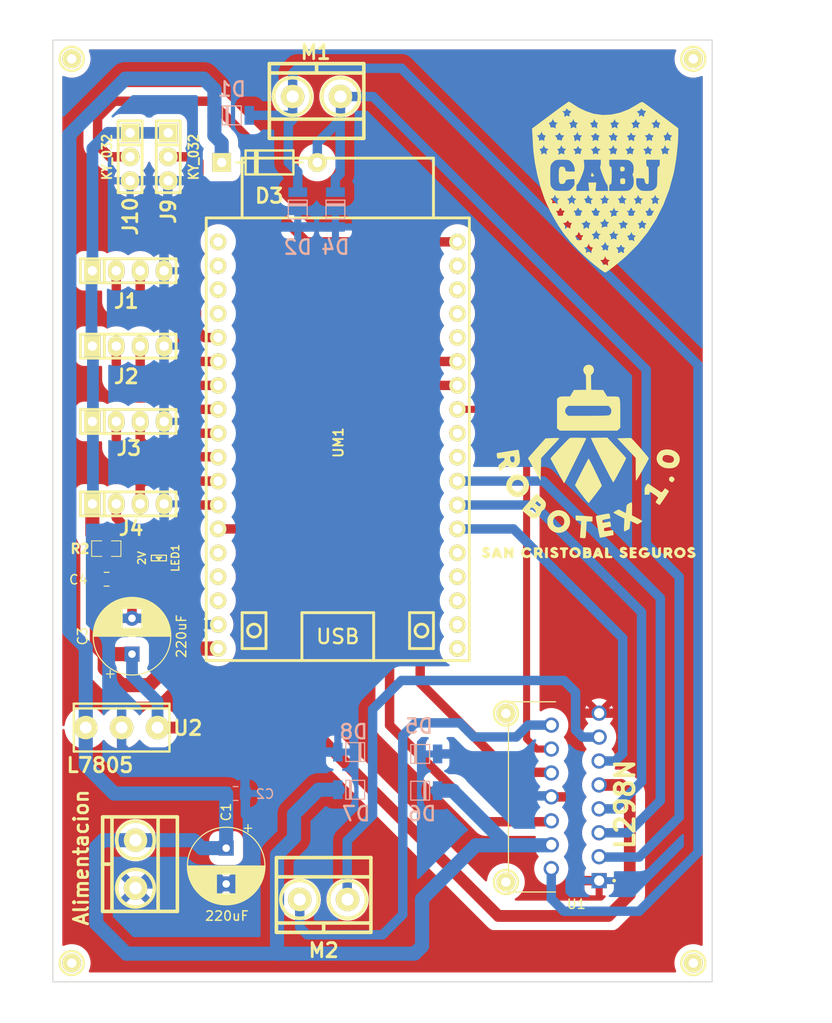
<source format=kicad_pcb>
(kicad_pcb (version 20211014) (generator pcbnew)
  (layers (0 "F.Cu" signal) (31 "B.Cu" signal) (34 "B.Paste" user) (35 "F.Paste" user) (36 "B.SilkS" user "B.Silkscreen") (37 "F.SilkS" user "F.Silkscreen") (38 "B.Mask" user) (39 "F.Mask" user) (44 "Edge.Cuts" user))
  (net 0 "")
  (net 1 "GND")
  (net 2 "+5V")
  (net 3 "/OUT1")
  (net 4 "+12V")
  (net 5 "/OUT2")
  (net 6 "/OUT3")
  (net 7 "/OUT4")
  (net 8 "/Trig")
  (net 9 "/Echo")
  (net 10 "/Trig2")
  (net 11 "/Echo2")
  (net 12 "/Trig3")
  (net 13 "/Echo3")
  (net 14 "/Trig4")
  (net 15 "/Echo4")
  (net 16 "Net-(LED1-Pad1)")
  (net 17 "/IN1")
  (net 18 "/ENABLE1")
  (net 19 "/IN2")
  (net 20 "/IN3")
  (net 22 "/OUT_IR1")
  (net 23 "/OUT_IR2")
  (net 40 "/ENABLE2")
  (net 42 "/IN4")
  (net 43 "Net-(C3-Pad2)")
  (footprint "EESTN5:Led_0805" (layer "F.Cu") (at 59.25 92 -90)
    (fp_text reference "LED1" (at 0 -1.75 90) (layer "F.SilkS") (effects (font (size 0.8001 0.8001) (thickness 0.14986))))
    (fp_text value "2V" (at 0 1.80086 90) (layer "F.SilkS") (effects (font (size 0.8001 0.8001) (thickness 0.14986))))
    (pad "1" smd rect locked (at -1.04902 0 270) (size 1.19888 1.19888) (layers "F.Cu" "F.Paste" "F.Mask") (net 16 "Net-(LED1-Pad1)"))
    (pad "2" smd rect locked (at 1.04902 0 270) (size 1.19888 1.19888) (layers "F.Cu" "F.Paste" "F.Mask") (net 43 "Net-(C3-Pad2)"))
  )
  (footprint "EESTN5:BORNERA2_AZUL" (layer "F.Cu") (at 76 43 180)
    (fp_text reference "J7" hide)
    (fp_text value "M1" (at 0.1 4.7) (layer "F.SilkS") (effects (font (size 1.5 1.5) (thickness 0.3))))
    (pad "1" thru_hole circle locked (at -2.54 0 180) (size 2.5 2.5) (drill 1.3) (layers *.Cu *.Mask "F.SilkS") (net 5 "/OUT2"))
    (pad "2" thru_hole circle locked (at 2.54 0 180) (size 2.5 2.5) (drill 1.3) (layers *.Cu *.Mask "F.SilkS") (net 3 "/OUT1"))
  )
  (footprint "EESTN5:pin_strip_4" (layer "F.Cu") (at 56 69.5)
    (fp_text reference "J2" (at -0.2032 3.2258) (layer "F.SilkS") (effects (font (size 1.5 1.5) (thickness 0.3))))
    (fp_text value "HC_SRO4" hide)
    (pad "1" thru_hole rect locked (at -3.81 0) (size 1.75 2.2) (drill 1.00076) (layers *.Cu *.Mask "F.SilkS") (net 2 "+5V"))
    (pad "2" thru_hole oval locked (at -1.27 0) (size 1.75 2.2) (drill 1.00076) (layers *.Cu *.Mask "F.SilkS") (net 10 "/Trig2"))
    (pad "3" thru_hole oval locked (at 1.27 0) (size 1.75 2.2) (drill 1.00076) (layers *.Cu *.Mask "F.SilkS") (net 11 "/Echo2"))
    (pad "4" thru_hole oval locked (at 3.81 0) (size 1.75 2.2) (drill 1.00076) (layers *.Cu *.Mask "F.SilkS") (net 1 "GND"))
  )
  (footprint "EESTN5:BORNERA2_AZUL" (layer "F.Cu") (at 56.77375 124.5 -90)
    (fp_text reference "J5" hide)
    (fp_text value "Alimentacion" (at -0.7 5.77375 90) (layer "F.SilkS") (effects (font (size 1.5 1.5) (thickness 0.3))))
    (pad "1" thru_hole circle locked (at -2.54 0 270) (size 2.5 2.5) (drill 1.3) (layers *.Cu *.Mask "F.SilkS") (net 4 "+12V"))
    (pad "2" thru_hole circle locked (at 2.54 0 270) (size 2.5 2.5) (drill 1.3) (layers *.Cu *.Mask "F.SilkS") (net 1 "GND"))
  )
  (footprint "PCB Robot Exp1:logo boca huella.kicad_sym" (layer "F.Cu") (at 106.625 52.575)
    (fp_text reference "G1" hide)
    (fp_text value "LOGO" hide)
  )
  (footprint "EESTN5:R_0805" (layer "F.Cu") (at 53.7025 91 180)
    (fp_text reference "R2" (at 2.8275 -0.025) (layer "F.SilkS") (effects (font (thickness 0.25))))
    (fp_text value "1K" hide)
    (pad "1" smd rect locked (at -0.9525 0 180) (size 0.889 1.397) (layers "F.Cu" "F.Paste" "F.Mask") (net 16 "Net-(LED1-Pad1)"))
    (pad "2" smd rect locked (at 0.9525 0 180) (size 0.889 1.397) (layers "F.Cu" "F.Paste" "F.Mask") (net 2 "+5V"))
  )
  (footprint "EESTN5:pin_strip_4" (layer "F.Cu") (at 56 61.5)
    (fp_text reference "J1" (at -0.2032 3.2258) (layer "F.SilkS") (effects (font (size 1.5 1.5) (thickness 0.3))))
    (fp_text value "HC_SRO4" hide)
    (pad "1" thru_hole rect locked (at -3.81 0) (size 1.75 2.2) (drill 1.00076) (layers *.Cu *.Mask "F.SilkS") (net 2 "+5V"))
    (pad "2" thru_hole oval locked (at -1.27 0) (size 1.75 2.2) (drill 1.00076) (layers *.Cu *.Mask "F.SilkS") (net 8 "/Trig"))
    (pad "3" thru_hole oval locked (at 1.27 0) (size 1.75 2.2) (drill 1.00076) (layers *.Cu *.Mask "F.SilkS") (net 9 "/Echo"))
    (pad "4" thru_hole oval locked (at 3.81 0) (size 1.75 2.2) (drill 1.00076) (layers *.Cu *.Mask "F.SilkS") (net 1 "GND"))
  )
  (footprint "Capacitor_THT:CP_Radial_D8.0mm_P3.80mm" (layer "F.Cu") (at 56.4 102.2 90)
    (fp_text reference "C3" (at 1.9 -5.25 90) (layer "F.SilkS"))
    (fp_text value "220uF" (at 1.9 5.25 90) (layer "F.SilkS"))
    (pad "1" thru_hole rect (at 0 0 90) (size 1.6 1.6) (drill 0.8) (layers *.Cu *.Mask) (net 2 "+5V"))
    (pad "2" thru_hole circle (at 3.8 0 90) (size 1.6 1.6) (drill 0.8) (layers *.Cu *.Mask) (net 43 "Net-(C3-Pad2)"))
  )
  (footprint "EESTN5:pad_2mm" (layer "F.Cu") (at 50 39)
    (fp_text reference "H4" hide)
    (fp_text value "Mounting_Hole" hide)
    (pad "1" thru_hole circle locked (at 0 0) (size 1.99898 1.99898) (drill 1.00076) (layers *.Cu *.Mask "F.SilkS"))
  )
  (footprint "L298N (1):TO127P2020X500X2100-15" (layer "F.Cu") (at 106 126.25 180)
    (fp_text reference "U1" (at 2.425 -2.495) (layer "F.SilkS"))
    (fp_text value "L298N" (at -2.75 8.1 90) (layer "F.SilkS") (effects (font (size 2 2) (thickness 0.4))))
    (pad "1" thru_hole rect locked (at 0 0 180) (size 1.62 1.62) (drill 1.08) (layers *.Cu *.Mask) (net 1 "GND"))
    (pad "2" thru_hole circle locked (at 5.08 1.27 180) (size 1.62 1.62) (drill 1.08) (layers *.Cu *.Mask) (net 3 "/OUT1"))
    (pad "3" thru_hole circle locked (at 0 2.54 180) (size 1.62 1.62) (drill 1.08) (layers *.Cu *.Mask) (net 5 "/OUT2"))
    (pad "4" thru_hole circle locked (at 5.08 3.81 180) (size 1.62 1.62) (drill 1.08) (layers *.Cu *.Mask) (net 4 "+12V"))
    (pad "5" thru_hole circle locked (at 0 5.08 180) (size 1.62 1.62) (drill 1.08) (layers *.Cu *.Mask) (net 17 "/IN1"))
    (pad "6" thru_hole circle locked (at 5.08 6.35 180) (size 1.62 1.62) (drill 1.08) (layers *.Cu *.Mask) (net 18 "/ENABLE1"))
    (pad "7" thru_hole circle locked (at 0 7.62 180) (size 1.62 1.62) (drill 1.08) (layers *.Cu *.Mask) (net 19 "/IN2"))
    (pad "8" thru_hole circle locked (at 5.08 8.89 180) (size 1.62 1.62) (drill 1.08) (layers *.Cu *.Mask) (net 1 "GND"))
    (pad "9" thru_hole circle locked (at 0 10.16 180) (size 1.62 1.62) (drill 1.08) (layers *.Cu *.Mask) (net 2 "+5V"))
    (pad "10" thru_hole circle locked (at 5.08 11.43 180) (size 1.62 1.62) (drill 1.08) (layers *.Cu *.Mask) (net 20 "/IN3"))
    (pad "11" thru_hole circle locked (at 0 12.7 180) (size 1.62 1.62) (drill 1.08) (layers *.Cu *.Mask) (net 40 "/ENABLE2"))
    (pad "12" thru_hole circle locked (at 5.08 13.97 180) (size 1.62 1.62) (drill 1.08) (layers *.Cu *.Mask) (net 42 "/IN4"))
    (pad "13" thru_hole circle locked (at 0 15.24 180) (size 1.62 1.62) (drill 1.08) (layers *.Cu *.Mask) (net 6 "/OUT3"))
    (pad "14" thru_hole circle locked (at 5.08 16.51 180) (size 1.62 1.62) (drill 1.08) (layers *.Cu *.Mask) (net 7 "/OUT4"))
    (pad "15" thru_hole circle locked (at 0 17.78 180) (size 1.62 1.62) (drill 1.08) (layers *.Cu *.Mask) (net 1 "GND"))
  )
  (footprint "robot logos:logo rb exp" (layer "F.Cu") (at 105.347933 82.218081)
    (fp_text reference "G2" hide)
    (fp_text value "LOGO RB EXP 1.0" hide)
  )
  (footprint "EESTN5:pad_2mm" (layer "F.Cu") (at 116 135)
    (fp_text reference "H3" hide)
    (fp_text value "Mounting_Hole" hide)
    (pad "1" thru_hole circle locked (at 0 0) (size 1.99898 1.99898) (drill 1.00076) (layers *.Cu *.Mask "F.SilkS"))
  )
  (footprint "Capacitor_THT:CP_Radial_D8.0mm_P3.80mm" (layer "F.Cu") (at 66.4 122.8 -90)
    (fp_text reference "C1" (at -3.825 0 -90) (layer "F.SilkS"))
    (fp_text value "220uF" (at 7.2 -0.075) (layer "F.SilkS"))
    (pad "1" thru_hole rect (at 0 0 270) (size 1.6 1.6) (drill 0.8) (layers *.Cu *.Mask) (net 4 "+12V"))
    (pad "2" thru_hole circle (at 3.8 0 270) (size 1.6 1.6) (drill 0.8) (layers *.Cu *.Mask) (net 1 "GND"))
  )
  (footprint "EESTN5:pin_strip_4" (layer "F.Cu") (at 56 86.25)
    (fp_text reference "J4" (at 0.3 2.6) (layer "F.SilkS") (effects (font (size 1.5 1.5) (thickness 0.3))))
    (fp_text value "HC_SRO4" hide)
    (pad "1" thru_hole rect locked (at -3.81 0) (size 1.75 2.2) (drill 1.00076) (layers *.Cu *.Mask "F.SilkS") (net 2 "+5V"))
    (pad "2" thru_hole oval locked (at -1.27 0) (size 1.75 2.2) (drill 1.00076) (layers *.Cu *.Mask "F.SilkS") (net 14 "/Trig4"))
    (pad "3" thru_hole oval locked (at 1.27 0) (size 1.75 2.2) (drill 1.00076) (layers *.Cu *.Mask "F.SilkS") (net 15 "/Echo4"))
    (pad "4" thru_hole oval locked (at 3.81 0) (size 1.75 2.2) (drill 1.00076) (layers *.Cu *.Mask "F.SilkS") (net 1 "GND"))
  )
  (footprint "EESTN5:pad_2mm" (layer "F.Cu") (at 96.1 108.5)
    (fp_text reference "H5" hide)
    (fp_text value "Mounting_Hole" hide)
    (pad "1" thru_hole circle locked (at 0 0) (size 1.99898 1.99898) (drill 1.00076) (layers *.Cu *.Mask "F.SilkS"))
  )
  (footprint "EESTN5:pad_2mm" (layer "F.Cu") (at 96.1 126.4)
    (fp_text reference "H6" hide)
    (fp_text value "Mounting_Hole" hide)
    (pad "1" thru_hole circle locked (at 0 0) (size 1.99898 1.99898) (drill 1.00076) (layers *.Cu *.Mask "F.SilkS"))
  )
  (footprint "EESTN5:Pin_Strip_3" (layer "F.Cu") (at 56.2 49.4 -90)
    (fp_text reference "J10" (at 6.325 -0.025 90) (layer "F.SilkS") (effects (font (size 1.5 1.5) (thickness 0.3))))
    (fp_text value "KY_032" (at 0.025 2.45 90) (layer "F.SilkS") (effects (font (size 1.016 0.889) (thickness 0.2032))))
    (pad "1" thru_hole rect locked (at -2.54 0 270) (size 2 2) (drill 1) (layers *.Cu *.Mask "F.SilkS") (net 2 "+5V"))
    (pad "2" thru_hole oval locked (at 0 0 270) (size 2 2) (drill 1) (layers *.Cu *.Mask "F.SilkS") (net 23 "/OUT_IR2"))
    (pad "3" thru_hole oval locked (at 2.54 0 270) (size 2 2) (drill 1) (layers *.Cu *.Mask "F.SilkS") (net 1 "GND"))
  )
  (footprint "EESTN5:Pin_Strip_3" (layer "F.Cu") (at 60.25 49.4 -90)
    (fp_text reference "J9" (at 5.8 -0.025 90) (layer "F.SilkS") (effects (font (size 1.5 1.5) (thickness 0.3))))
    (fp_text value "KY_032" (at 0.025 -2.7 90) (layer "F.SilkS") (effects (font (size 1.016 0.889) (thickness 0.2032))))
    (pad "1" thru_hole rect locked (at -2.54 0 270) (size 2 2) (drill 1) (layers *.Cu *.Mask "F.SilkS") (net 2 "+5V"))
    (pad "2" thru_hole oval locked (at 0 0 270) (size 2 2) (drill 1) (layers *.Cu *.Mask "F.SilkS") (net 22 "/OUT_IR1"))
    (pad "3" thru_hole oval locked (at 2.54 0 270) (size 2 2) (drill 1) (layers *.Cu *.Mask "F.SilkS") (net 1 "GND"))
  )
  (footprint "EESTN5:ESP32_DEVKITC" (layer "F.Cu") (at 78.25 78.75 -90)
    (fp_text reference "UM1" (at 1 -0.0635 90) (layer "F.SilkS") (effects (font (size 1.016 1.016) (thickness 0.2032))))
    (fp_text value "ESP32_DEVKITC" hide)
    (fp_text user "USB" (at 21.59 0) (layer "F.SilkS") (effects (font (size 1.524 1.524) (thickness 0.254))))
    (pad "1" thru_hole circle locked (at 22.86 12.7 270) (size 1.75 1.75) (drill 1) (layers *.Cu *.Mask "F.SilkS") (net 2 "+5V"))
    (pad "2" thru_hole circle locked (at 20.32 12.7 270) (size 1.75 1.75) (drill 1) (layers *.Cu *.Mask "F.SilkS") (net 1 "GND"))
    (pad "3" thru_hole circle locked (at 17.78 12.7 270) (size 1.75 1.75) (drill 1) (layers *.Cu *.Mask "F.SilkS"))
    (pad "4" thru_hole circle locked (at 15.24 12.7 270) (size 1.75 1.75) (drill 1) (layers *.Cu *.Mask "F.SilkS"))
    (pad "5" thru_hole circle locked (at 12.7 12.7 270) (size 1.75 1.75) (drill 1) (layers *.Cu *.Mask "F.SilkS"))
    (pad "6" thru_hole circle locked (at 10.16 12.7 270) (size 1.75 1.75) (drill 1) (layers *.Cu *.Mask "F.SilkS") (net 22 "/OUT_IR1"))
    (pad "7" thru_hole circle locked (at 7.62 12.7 270) (size 1.75 1.75) (drill 1) (layers *.Cu *.Mask "F.SilkS") (net 14 "/Trig4"))
    (pad "8" thru_hole circle locked (at 5.08 12.7 270) (size 1.75 1.75) (drill 1) (layers *.Cu *.Mask "F.SilkS") (net 15 "/Echo4"))
    (pad "9" thru_hole circle locked (at 2.54 12.7 270) (size 1.75 1.75) (drill 1) (layers *.Cu *.Mask "F.SilkS") (net 12 "/Trig3"))
    (pad "10" thru_hole circle locked (at 0 12.7 270) (size 1.75 1.75) (drill 1) (layers *.Cu *.Mask "F.SilkS") (net 13 "/Echo3"))
    (pad "11" thru_hole circle locked (at -2.54 12.7 270) (size 1.75 1.75) (drill 1) (layers *.Cu *.Mask "F.SilkS") (net 10 "/Trig2"))
    (pad "12" thru_hole circle locked (at -5.08 12.7 270) (size 1.75 1.75) (drill 1) (layers *.Cu *.Mask "F.SilkS") (net 11 "/Echo2"))
    (pad "13" thru_hole circle locked (at -7.62 12.7 270) (size 1.75 1.75) (drill 1) (layers *.Cu *.Mask "F.SilkS") (net 8 "/Trig"))
    (pad "14" thru_hole circle locked (at -10.16 12.7 270) (size 1.75 1.75) (drill 1) (layers *.Cu *.Mask "F.SilkS") (net 9 "/Echo"))
    (pad "15" thru_hole circle locked (at -12.7 12.7 270) (size 1.75 1.75) (drill 1) (layers *.Cu *.Mask "F.SilkS"))
    (pad "16" thru_hole circle locked (at -15.24 12.7 270) (size 1.75 1.75) (drill 1) (layers *.Cu *.Mask "F.SilkS"))
    (pad "17" thru_hole circle locked (at -17.78 12.7 270) (size 1.75 1.75) (drill 1) (layers *.Cu *.Mask "F.SilkS"))
    (pad "18" thru_hole circle locked (at -20.32 12.7 270) (size 1.75 1.75) (drill 1) (layers *.Cu *.Mask "F.SilkS"))
    (pad "19" thru_hole circle locked (at 22.86 -12.7 90) (size 1.75 1.75) (drill 1) (layers *.Cu *.Mask "F.SilkS"))
    (pad "20" thru_hole circle locked (at 20.32 -12.7 90) (size 1.75 1.75) (drill 1) (layers *.Cu *.Mask "F.SilkS"))
    (pad "21" thru_hole circle locked (at 17.78 -12.7 90) (size 1.75 1.75) (drill 1) (layers *.Cu *.Mask "F.SilkS"))
    (pad "22" thru_hole circle locked (at 15.24 -12.7 90) (size 1.75 1.75) (drill 1) (layers *.Cu *.Mask "F.SilkS"))
    (pad "23" thru_hole circle locked (at 12.7 -12.7 90) (size 1.75 1.75) (drill 1) (layers *.Cu *.Mask "F.SilkS"))
    (pad "24" thru_hole circle locked (at 10.16 -12.7 90) (size 1.75 1.75) (drill 1) (layers *.Cu *.Mask "F.SilkS") (net 40 "/ENABLE2"))
    (pad "25" thru_hole circle locked (at 7.62 -12.7 90) (size 1.75 1.75) (drill 1) (layers *.Cu *.Mask "F.SilkS") (net 19 "/IN2"))
    (pad "26" thru_hole circle locked (at 5.08 -12.7 90) (size 1.75 1.75) (drill 1) (layers *.Cu *.Mask "F.SilkS") (net 17 "/IN1"))
    (pad "27" thru_hole circle locked (at 2.54 -12.7 90) (size 1.75 1.75) (drill 1) (layers *.Cu *.Mask "F.SilkS"))
    (pad "28" thru_hole circle locked (at 0 -12.7 90) (size 1.75 1.75) (drill 1) (layers *.Cu *.Mask "F.SilkS"))
    (pad "29" thru_hole circle locked (at -2.54 -12.7 90) (size 1.75 1.75) (drill 1) (layers *.Cu *.Mask "F.SilkS") (net 42 "/IN4"))
    (pad "30" thru_hole circle locked (at -5.08 -12.7 90) (size 1.75 1.75) (drill 1) (layers *.Cu *.Mask "F.SilkS") (net 20 "/IN3"))
    (pad "31" thru_hole circle locked (at -7.62 -12.7 90) (size 1.75 1.75) (drill 1) (layers *.Cu *.Mask "F.SilkS") (net 18 "/ENABLE1"))
    (pad "32" thru_hole circle locked (at -10.16 -12.7 90) (size 1.75 1.75) (drill 1) (layers *.Cu *.Mask "F.SilkS"))
    (pad "33" thru_hole circle locked (at -12.7 -12.7 90) (size 1.75 1.75) (drill 1) (layers *.Cu *.Mask "F.SilkS"))
    (pad "34" thru_hole circle locked (at -15.24 -12.7 90) (size 1.75 1.75) (drill 1) (layers *.Cu *.Mask "F.SilkS"))
    (pad "35" thru_hole circle locked (at -17.78 -12.7 90) (size 1.75 1.75) (drill 1) (layers *.Cu *.Mask "F.SilkS"))
    (pad "36" thru_hole circle locked (at -20.32 -12.7 90) (size 1.75 1.75) (drill 1) (layers *.Cu *.Mask "F.SilkS") (net 23 "/OUT_IR2"))
  )
  (footprint "EESTN5:BORNERA2_AZUL" (layer "F.Cu") (at 76.75 128.25)
    (fp_text reference "J8" hide)
    (fp_text value "M2" (at 0 5.4) (layer "F.SilkS") (effects (font (size 1.5 1.5) (thickness 0.3))))
    (pad "1" thru_hole circle locked (at -2.54 0) (size 2.5 2.5) (drill 1.3) (layers *.Cu *.Mask "F.SilkS") (net 7 "/OUT4"))
    (pad "2" thru_hole circle locked (at 2.54 0) (size 2.5 2.5) (drill 1.3) (layers *.Cu *.Mask "F.SilkS") (net 6 "/OUT3"))
  )
  (footprint "EESTN5:pad_2mm" (layer "F.Cu") (at 116 39)
    (fp_text reference "H2" hide)
    (fp_text value "Mounting_Hole" hide)
    (pad "1" thru_hole circle locked (at 0 0) (size 1.99898 1.99898) (drill 1.00076) (layers *.Cu *.Mask "F.SilkS"))
  )
  (footprint "Capacitor_SMD:C_0805_2012Metric_Pad1.18x1.45mm_HandSolder" (layer "F.Cu") (at 53.7025 94.25 180)
    (fp_text reference "C4" (at 3.0025 -0.05) (layer "F.SilkS"))
    (fp_text value "10uF" hide)
    (pad "1" smd roundrect (at -1.0375 0 180) (size 1.175 1.45) (layers "F.Cu" "F.Paste" "F.Mask") (roundrect_rratio 0.2127659574) (net 43 "Net-(C3-Pad2)"))
    (pad "2" smd roundrect (at 1.0375 0 180) (size 1.175 1.45) (layers "F.Cu" "F.Paste" "F.Mask") (roundrect_rratio 0.2127659574) (net 2 "+5V"))
  )
  (footprint "EESTN5:pin_strip_4" (layer "F.Cu") (at 56 77.5)
    (fp_text reference "J3" (at 0.07 2.85) (layer "F.SilkS") (effects (font (size 1.5 1.5) (thickness 0.3))))
    (fp_text value "HC_SRO4" hide)
    (pad "1" thru_hole rect locked (at -3.81 0) (size 1.75 2.2) (drill 1.00076) (layers *.Cu *.Mask "F.SilkS") (net 2 "+5V"))
    (pad "2" thru_hole oval locked (at -1.27 0) (size 1.75 2.2) (drill 1.00076) (layers *.Cu *.Mask "F.SilkS") (net 12 "/Trig3"))
    (pad "3" thru_hole oval locked (at 1.27 0) (size 1.75 2.2) (drill 1.00076) (layers *.Cu *.Mask "F.SilkS") (net 13 "/Echo3"))
    (pad "4" thru_hole oval locked (at 3.81 0) (size 1.75 2.2) (drill 1.00076) (layers *.Cu *.Mask "F.SilkS") (net 1 "GND"))
  )
  (footprint "EESTN5:DO-41" (layer "F.Cu") (at 71 50 180)
    (fp_text reference "D3" (at 0.025 -3.55) (layer "F.SilkS") (effects (font (size 1.524 1.524) (thickness 0.3048))))
    (fp_text value "M7F" hide)
    (pad "1" thru_hole circle locked (at -5.08 0 180) (size 1.99898 1.99898) (drill 1.00076) (layers *.Cu *.Mask "F.SilkS") (net 5 "/OUT2"))
    (pad "2" thru_hole rect locked (at 5.08 0 180) (size 1.99898 1.99898) (drill 1.00076) (layers *.Cu *.Mask "F.SilkS") (net 4 "+12V"))
  )
  (footprint "EESTN5:to220" (layer "F.Cu") (at 55.3 110)
    (fp_text reference "U2" (at 7.025 0.05) (layer "F.SilkS") (effects (font (size 1.524 1.524) (thickness 0.3048))))
    (fp_text value "L7805" (at -2.3 4) (layer "F.SilkS") (effects (font (size 1.524 1.524) (thickness 0.3048))))
    (pad "1" thru_hole circle locked (at -3.81 0) (size 2.49936 2.49936) (drill 1.24968) (layers *.Cu *.Mask "F.SilkS") (net 4 "+12V"))
    (pad "2" thru_hole circle locked (at 0 0) (size 2.49936 2.49936) (drill 1.24968) (layers *.Cu *.Mask "F.SilkS") (net 43 "Net-(C3-Pad2)"))
    (pad "3" thru_hole circle locked (at 3.81 0) (size 2.49936 2.49936) (drill 1.24968) (layers *.Cu *.Mask "F.SilkS") (net 2 "+5V"))
  )
  (footprint "EESTN5:pad_2mm" (layer "F.Cu") (at 50 135)
    (fp_text reference "H1" hide)
    (fp_text value "Mounting_Hole" hide)
    (pad "1" thru_hole circle locked (at 0 0) (size 1.99898 1.99898) (drill 1.00076) (layers *.Cu *.Mask "F.SilkS"))
  )
  (footprint "Capacitor_SMD:C_0805_2012Metric_Pad1.18x1.45mm_HandSolder" (layer "B.Cu") (at 67.4 117)
    (fp_text reference "C2" (at 3.125 0.05) (layer "B.SilkS") (effects (justify mirror)))
    (fp_text value "10uF" hide)
    (pad "1" smd roundrect (at -1.0375 0) (size 1.175 1.45) (layers "B.Cu" "B.Paste" "B.Mask") (roundrect_rratio 0.2127659574) (net 4 "+12V"))
    (pad "2" smd roundrect (at 1.0375 0) (size 1.175 1.45) (layers "B.Cu" "B.Paste" "B.Mask") (roundrect_rratio 0.2127659574) (net 1 "GND"))
  )
  (footprint "EESTN5:SOD80C" (layer "B.Cu") (at 87 116.7)
    (fp_text reference "D6" (at 0.2 2.45) (layer "B.SilkS") (effects (font (size 1.524 1.524) (thickness 0.254)) (justify mirror)))
    (fp_text value "M7F" hide)
    (pad "1" smd rect locked (at -1.84912 0) (size 1.00076 1.99898) (layers "B.Cu" "B.Paste" "B.Mask") (net 7 "/OUT4"))
    (pad "2" smd rect locked (at 1.84912 0) (size 1.00076 1.99898) (layers "B.Cu" "B.Paste" "B.Mask") (net 4 "+12V"))
  )
  (footprint "EESTN5:SOD80C" (layer "B.Cu") (at 80.1 116.6 180)
    (fp_text reference "D7" (at -0.1 -2.55 180) (layer "B.SilkS") (effects (font (size 1.524 1.524) (thickness 0.254)) (justify mirror)))
    (fp_text value "M7F" hide)
    (pad "1" smd rect locked (at -1.84912 0 180) (size 1.00076 1.99898) (layers "B.Cu" "B.Paste" "B.Mask") (net 6 "/OUT3"))
    (pad "2" smd rect locked (at 1.84912 0 180) (size 1.00076 1.99898) (layers "B.Cu" "B.Paste" "B.Mask") (net 4 "+12V"))
  )
  (footprint "EESTN5:SOD80C" (layer "B.Cu") (at 67 45 180)
    (fp_text reference "D1" (at 0 2.77625) (layer "B.SilkS") (effects (font (size 1.524 1.524) (thickness 0.254)) (justify mirror)))
    (fp_text value "M7F" hide)
    (pad "1" smd rect locked (at -1.84912 0 180) (size 1.00076 1.99898) (layers "B.Cu" "B.Paste" "B.Mask") (net 3 "/OUT1"))
    (pad "2" smd rect locked (at 1.84912 0 180) (size 1.00076 1.99898) (layers "B.Cu" "B.Paste" "B.Mask") (net 4 "+12V"))
  )
  (footprint "EESTN5:SOD80C" (layer "B.Cu") (at 74 55 90)
    (fp_text reference "D2" (at -4 0 180) (layer "B.SilkS") (effects (font (size 1.524 1.524) (thickness 0.254)) (justify mirror)))
    (fp_text value "M7F" hide)
    (pad "1" smd rect locked (at -1.84912 0 90) (size 1.00076 1.99898) (layers "B.Cu" "B.Paste" "B.Mask") (net 1 "GND"))
    (pad "2" smd rect locked (at 1.84912 0 90) (size 1.00076 1.99898) (layers "B.Cu" "B.Paste" "B.Mask") (net 3 "/OUT1"))
  )
  (footprint "EESTN5:SOD80C" (layer "B.Cu") (at 87 112.8 180)
    (fp_text reference "D5" (at 0.15 2.95 180) (layer "B.SilkS") (effects (font (size 1.524 1.524) (thickness 0.254)) (justify mirror)))
    (fp_text value "M7F" hide)
    (pad "1" smd rect locked (at -1.84912 0 180) (size 1.00076 1.99898) (layers "B.Cu" "B.Paste" "B.Mask") (net 1 "GND"))
    (pad "2" smd rect locked (at 1.84912 0 180) (size 1.00076 1.99898) (layers "B.Cu" "B.Paste" "B.Mask") (net 7 "/OUT4"))
  )
  (footprint "EESTN5:SOD80C" (layer "B.Cu") (at 78 55 90)
    (fp_text reference "D4" (at -4 0 180) (layer "B.SilkS") (effects (font (size 1.524 1.524) (thickness 0.254)) (justify mirror)))
    (fp_text value "M7F" hide)
    (pad "1" smd rect locked (at -1.84912 0 90) (size 1.00076 1.99898) (layers "B.Cu" "B.Paste" "B.Mask") (net 1 "GND"))
    (pad "2" smd rect locked (at 1.84912 0 90) (size 1.00076 1.99898) (layers "B.Cu" "B.Paste" "B.Mask") (net 5 "/OUT2"))
  )
  (footprint "EESTN5:SOD80C" (layer "B.Cu") (at 80.1 112.6)
    (fp_text reference "D8" (at -0.175 -2.15) (layer "B.SilkS") (effects (font (size 1.524 1.524) (thickness 0.254)) (justify mirror)))
    (fp_text value "M7F" hide)
    (pad "1" smd rect locked (at -1.84912 0) (size 1.00076 1.99898) (layers "B.Cu" "B.Paste" "B.Mask") (net 1 "GND"))
    (pad "2" smd rect locked (at 1.84912 0) (size 1.00076 1.99898) (layers "B.Cu" "B.Paste" "B.Mask") (net 6 "/OUT3"))
  )
  (gr_line (start 48 137) (end 118 137) (layer "Edge.Cuts") (width 0.1))
  (gr_line (start 48 37) (end 48 137) (layer "Edge.Cuts") (width 0.1))
  (gr_line (start 118 37) (end 48 37) (layer "Edge.Cuts") (width 0.1))
  (gr_line (start 118 137) (end 118 37) (layer "Edge.Cuts") (width 0.1))
  (segment (start 109 132) (end 112 129) (width 1) (layer "F.Cu") (net 1))
  (segment (start 103.25 109.5) (end 103.25 117.5) (width 1) (layer "F.Cu") (net 1))
  (segment (start 59.6 118) (end 78 118) (width 1) (layer "F.Cu") (net 1))
  (segment (start 55.3 110) (end 55.3 113.7) (width 1) (layer "F.Cu") (net 1))
  (segment (start 104.28 108.47) (end 103.25 109.5) (width 1) (layer "F.Cu") (net 1))
  (segment (start 110.22 108.47) (end 106 108.47) (width 1) (layer "F.Cu") (net 1))
  (segment (start 103.25 117.5) (end 103.25 125.25) (width 1) (layer "F.Cu") (net 1))
  (segment (start 106 108.47) (end 104.28 108.47) (width 1) (layer "F.Cu") (net 1))
  (segment (start 103.25 125.25) (end 104.25 126.25) (width 1) (layer "F.Cu") (net 1))
  (segment (start 103.11 117.36) (end 100.92 117.36) (width 1) (layer "F.Cu") (net 1))
  (segment (start 104.25 126.25) (end 106 126.25) (width 1) (layer "F.Cu") (net 1))
  (segment (start 103.25 117.5) (end 103.11 117.36) (width 1) (layer "F.Cu") (net 1))
  (segment (start 78 118) (end 92 132) (width 1) (layer "F.Cu") (net 1))
  (segment (start 112 110.25) (end 110.22 108.47) (width 1) (layer "F.Cu") (net 1))
  (segment (start 112 129) (end 112 110.25) (width 1) (layer "F.Cu") (net 1))
  (segment (start 92 132) (end 109 132) (width 1) (layer "F.Cu") (net 1))
  (segment (start 55.3 113.7) (end 59.6 118) (width 1) (layer "F.Cu") (net 1))
  (segment (start 68.84912 56.84912) (end 74 56.84912) (width 1) (layer "B.Cu") (net 1))
  (segment (start 59.8 61.51) (end 59.81 61.5) (width 1) (layer "B.Cu") (net 1))
  (segment (start 60.6 98.4) (end 61.27 99.07) (width 1) (layer "B.Cu") (net 1))
  (segment (start 54.9 98.4) (end 53.9 99.4) (width 1) (layer "B.Cu") (net 1))
  (segment (start 60.25 51.94) (end 63.94 51.94) (width 1) (layer "B.Cu") (net 1))
  (segment (start 53.9 99.4) (end 53.9 105.3) (width 1) (layer "B.Cu") (net 1))
  (segment (start 95.95 117.25) (end 91.5 112.8) (width 1) (layer "B.Cu") (net 1))
  (segment (start 78.25088 112.6) (end 71.6 112.6) (width 1) (layer "B.Cu") (net 1))
  (segment (start 55.3 112.05) (end 55.3 110) (width 1) (layer "B.Cu") (net 1))
  (segment (start 60.2 55.38) (end 60.2 51.99) (width 1) (layer "B.Cu") (net 1))
  (segment (start 59.8 61.49) (end 59.8 55.78) (width 1) (layer "B.Cu") (net 1))
  (segment (start 59.81 69.5) (end 59.8 69.49) (width 1) (layer "B.Cu") (net 1))
  (segment (start 59.81 86.25) (end 59.81 97.61) (width 1) (layer "B.Cu") (net 1))
  (segment (start 59.8 77.49) (end 59.8 69.51) (width 1) (layer "B.Cu") (net 1))
  (segment (start 66.65 112.6) (end 62.4 112.6) (width 1) (layer "B.Cu") (net 1))
  (segment (start 56.4 98.4) (end 54.9 98.4) (width 1) (layer "B.Cu") (net 1))
  (segment (start 68.4 116.9625) (end 68.4 114.35) (width 1) (layer "B.Cu") (net 1))
  (segment (start 59.81 77.5) (end 59.8 77.51) (width 1) (layer "B.Cu") (net 1))
  (segment (start 70.4 112.6) (end 71.6 112.6) (width 1) (layer "B.Cu") (net 1))
  (segment (start 59.8 86.26) (end 59.81 86.25) (width 1) (layer "B.Cu") (net 1))
  (segment (start 59.8 69.49) (end 59.8 61.51) (width 1) (layer "B.Cu") (net 1))
  (segment (start 69.2 125.1) (end 69.2 125.95) (width 1) (layer "B.Cu") (net 1))
  (segment (start 68.4375 119.2375) (end 68.4375 117) (width 1) (layer "B.Cu") (net 1))
  (segment (start 65.55 99.07) (end 65.52 99.1) (width 1) (layer "B.Cu") (net 1))
  (segment (start 68.4375 117) (end 68.4 116.9625) (width 1) (layer "B.Cu") (net 1))
  (segment (start 69.2 125.95) (end 68.55 126.6) (width 1) (layer "B.Cu") (net 1))
  (segment (start 59.8 55.78) (end 60.2 55.38) (width 1) (layer "B.Cu") (net 1))
  (segment (start 91.5 112.8) (end 88.84912 112.8) (width 1) (layer "B.Cu") (net 1))
  (segment (start 60.597349 98.402651) (end 56.402651 98.402651) (width 1) (layer "B.Cu") (net 1))
  (segment (start 55.85 112.6) (end 55.3 112.05) (width 1) (layer "B.Cu") (net 1))
  (segment (start 59.81 97.61) (end 60.6 98.4) (width 1) (layer "B.Cu") (net 1))
  (segment (start 57.21375 126.6) (end 56.77375 127.04) (width 1) (layer "B.Cu") (net 1))
  (segment (start 100.81 117.25) (end 95.95 117.25) (width 1) (layer "B.Cu") (net 1))
  (segment (start 59.8 86.24) (end 59.81 86.25) (width 1) (layer "B.Cu") (net 1))
  (segment (start 60.6 98.4) (end 60.597349 98.402651) (width 1) (layer "B.Cu") (net 1))
  (segment (start 55.3 106.7) (end 55.3 110) (width 1) (layer "B.Cu") (net 1))
  (segment (start 72 112.6) (end 70.4 112.6) (width 1) (layer "B.Cu") (net 1))
  (segment (start 59.8 69.51) (end 59.81 69.5) (width 1) (layer "B.Cu") (net 1))
  (segment (start 68.55 126.6) (end 57.21375 126.6) (width 1) (layer "B.Cu") (net 1))
  (segment (start 60.25 51.94) (end 56.2 51.94) (width 1) (layer "B.Cu") (net 1))
  (segment (start 74 56.84912) (end 78 56.84912) (width 1) (layer "B.Cu") (net 1))
  (segment (start 63.94 51.94) (end 68.84912 56.84912) (width 1) (layer "B.Cu") (net 1))
  (segment (start 61.27 99.07) (end 65.55 99.07) (width 1) (layer "B.Cu") (net 1))
  (segment (start 69.2 120) (end 68.4375 119.2375) (width 1) (layer "B.Cu") (net 1))
  (segment (start 68.4 114.35) (end 66.65 112.6) (width 1) (layer "B.Cu") (net 1))
  (segment (start 69.2 124.9) (end 69.2 120) (width 1) (layer "B.Cu") (net 1))
  (segment (start 62.4 112.6) (end 55.85 112.6) (width 1) (layer "B.Cu") (net 1))
  (segment (start 53.9 105.3) (end 55.3 106.7) (width 1) (layer "B.Cu") (net 1))
  (segment (start 56.402651 98.402651) (end 56.4 98.4) (width 1) (layer "B.Cu") (net 1))
  (segment (start 59.81 77.5) (end 59.8 77.49) (width 1) (layer "B.Cu") (net 1))
  (segment (start 59.8 77.51) (end 59.8 86.24) (width 1) (layer "B.Cu") (net 1))
  (segment (start 59.81 61.5) (end 59.8 61.49) (width 1) (layer "B.Cu") (net 1))
  (segment (start 60.2 51.99) (end 60.25 51.94) (width 1) (layer "B.Cu") (net 1))
  (segment (start 100.92 117.36) (end 100.81 117.25) (width 1) (layer "B.Cu") (net 1))
  (segment (start 70.4 112.6) (end 66.65 112.6) (width 1) (layer "B.Cu") (net 1))
  (segment (start 109.25 127.735424) (end 109.25 117) (width 1.25) (layer "F.Cu") (net 2))
  (segment (start 53.502651 102.202651) (end 56.397349 102.202651) (width 1.5) (layer "F.Cu") (net 2))
  (segment (start 52.75 90) (end 52.19 89.44) (width 1.5) (layer "F.Cu") (net 2))
  (segment (start 52.665 91.085) (end 52.75 91) (width 1.5) (layer "F.Cu") (net 2))
  (segment (start 52.75 91) (end 52.75 90) (width 1.5) (layer "F.Cu") (net 2))
  (segment (start 108.34 116.09) (end 106 116.09) (width 1.25) (layer "F.Cu") (net 2))
  (segment (start 109.25 117) (end 108.34 116.09) (width 1.25) (layer "F.Cu") (net 2))
  (segment (start 52.665 101.365) (end 53.502651 102.202651) (width 1.5) (layer "F.Cu") (net 2))
  (segment (start 62.09 101.61) (end 65.55 101.61) (width 1.5) (layer "F.Cu") (net 2))
  (segment (start 53.502651 103.702651) (end 55.3 105.5) (width 1.5) (layer "F.Cu") (net 2))
  (segment (start 52.19 89.44) (end 52.19 86.25) (width 1.5) (layer "F.Cu") (net 2))
  (segment (start 55.3 105.5) (end 58.2 105.5) (width 1.5) (layer "F.Cu") (net 2))
  (segment (start 58.2 105.5) (end 62.09 101.61) (width 1.5) (layer "F.Cu") (net 2))
  (segment (start 95.3 130) (end 106.985424 130) (width 1.25) (layer "F.Cu") (net 2))
  (segment (start 52.665 94.25) (end 52.665 101.365) (width 1.5) (layer "F.Cu") (net 2))
  (segment (start 53.502651 102.202651) (end 53.502651 103.702651) (width 1.5) (layer "F.Cu") (net 2))
  (segment (start 52.665 94.25) (end 52.665 91.085) (width 1.5) (layer "F.Cu") (net 2))
  (segment (start 56.397349 102.202651) (end 56.4 102.2) (width 1.5) (layer "F.Cu") (net 2))
  (segment (start 106.985424 130) (end 109.25 127.735424) (width 1.25) (layer "F.Cu") (net 2))
  (segment (start 59.11 110) (end 75.3 110) (width 1.25) (layer "F.Cu") (net 2))
  (segment (start 75.3 110) (end 95.3 130) (width 1.25) (layer "F.Cu") (net 2))
  (segment (start 52.25 86.19) (end 52.19 86.25) (width 1.25) (layer "B.Cu") (net 2))
  (segment (start 52.25 77.44) (end 52.19 77.5) (width 1.25) (layer "B.Cu") (net 2))
  (segment (start 59.11 110) (end 59.11 107.21) (width 1.25) (layer "B.Cu") (net 2))
  (segment (start 52.2 61.49) (end 52.19 61.5) (width 1.25) (layer "B.Cu") (net 2))
  (segment (start 52.1 61.59) (end 52.1 69.41) (width 1.25) (layer "B.Cu") (net 2))
  (segment (start 59.11 107.21) (end 56.4 104.5) (width 1.25) (layer "B.Cu") (net 2))
  (segment (start 52.19 77.5) (end 52.25 77.56) (width 1.25) (layer "B.Cu") (net 2))
  (segment (start 56.4 104.5) (end 56.4 102.2) (width 1.25) (layer "B.Cu") (net 2))
  (segment (start 52.2 48.5) (end 52.2 61.49) (width 1.25) (layer "B.Cu") (net 2))
  (segment (start 52.25 69.56) (end 52.25 77.44) (width 1.25) (layer "B.Cu") (net 2))
  (segment (start 60.25 46.86) (end 56.2 46.86) (width 1.25) (layer "B.Cu") (net 2))
  (segment (start 52.19 69.5) (end 52.25 69.56) (width 1.25) (layer "B.Cu") (net 2))
  (segment (start 56.2 46.86) (end 53.84 46.86) (width 1.25) (layer "B.Cu") (net 2))
  (segment (start 53.84 46.86) (end 52.2 48.5) (width 1.25) (layer "B.Cu") (net 2))
  (segment (start 52.19 61.5) (end 52.1 61.59) (width 1.25) (layer "B.Cu") (net 2))
  (segment (start 52.1 69.41) (end 52.19 69.5) (width 1.25) (layer "B.Cu") (net 2))
  (segment (start 52.25 77.56) (end 52.25 86.19) (width 1.25) (layer "B.Cu") (net 2))
  (segment (start 110.25 129.5) (end 102.25 129.5) (width 1) (layer "B.Cu") (net 3))
  (segment (start 74 53.15088) (end 74 51) (width 1) (layer "B.Cu") (net 3))
  (segment (start 73.46 43) (end 73.46 40.54) (width 1) (layer "B.Cu") (net 3))
  (segment (start 73 45) (end 68.84912 45) (width 1) (layer "B.Cu") (net 3))
  (segment (start 73 45.92) (end 73.46 45.46) (width 1) (layer "B.Cu") (net 3))
  (segment (start 74 40) (end 85 40) (width 1) (layer "B.Cu") (net 3))
  (segment (start 73 50) (end 73 45.92) (width 1) (layer "B.Cu") (net 3))
  (segment (start 102.25 129.5) (end 100.92 128.17) (width 1) (layer "B.Cu") (net 3))
  (segment (start 73.46 45.46) (end 73 45) (width 1) (layer "B.Cu") (net 3))
  (segment (start 100.92 128.17) (end 100.92 124.98) (width 1) (layer "B.Cu") (net 3))
  (segment (start 85 40) (end 116.5 71.5) (width 1) (layer "B.Cu") (net 3))
  (segment (start 116.5 123.25) (end 110.25 129.5) (width 1) (layer "B.Cu") (net 3))
  (segment (start 73.46 40.54) (end 74 40) (width 1) (layer "B.Cu") (net 3))
  (segment (start 116.5 71.5) (end 116.5 123.25) (width 1) (layer "B.Cu") (net 3))
  (segment (start 73.46 45.46) (end 73.46 43) (width 1) (layer "B.Cu") (net 3))
  (segment (start 74 51) (end 73 50) (width 1) (layer "B.Cu") (net 3))
  (segment (start 51.49 113.99) (end 54.5 117) (width 1.5) (layer "B.Cu") (net 4))
  (segment (start 78.25088 116.6) (end 76.2 116.6) (width 1.5) (layer "B.Cu") (net 4))
  (segment (start 90.5 116.75) (end 96.25 122.5) (width 1.5) (layer "B.Cu") (net 4))
  (segment (start 65.15088 42.25088) (end 65.15088 45) (width 1.5) (layer "B.Cu") (net 4))
  (segment (start 63.8 122.8) (end 62.96 121.96) (width 1.5) (layer "B.Cu") (net 4))
  (segment (start 73.6 119.2) (end 73.6 121.7) (width 1.5) (layer "B.Cu") (net 4))
  (segment (start 54.5 117) (end 66.3625 117) (width 1.5) (layer "B.Cu") (net 4))
  (segment (start 53.34 121.96) (end 52.6 122.7) (width 1.5) (layer "B.Cu") (net 4))
  (segment (start 49.74952 47.05048) (end 55.7 41.1) (width 1.5) (layer "B.Cu") (net 4))
  (segment (start 64 41.1) (end 65.15088 42.25088) (width 1.5) (layer "B.Cu") (net 4))
  (segment (start 52.6 122.7) (end 52.6 130.8) (width 1.5) (layer "B.Cu") (net 4))
  (segment (start 90.5 116.7) (end 90.5 116.75) (width 1.5) (layer "B.Cu") (net 4))
  (segment (start 55.8 134) (end 72 134) (width 1.5) (layer "B.Cu") (net 4))
  (segment (start 87.2 128.9) (end 87.2 128.3) (width 1.5) (layer "B.Cu") (net 4))
  (segment (start 56.77375 121.96) (end 56.81375 122) (width 1.5) (layer "B.Cu") (net 4))
  (segment (start 96.25 122.5) (end 100.86 122.5) (width 1.5) (layer "B.Cu") (net 4))
  (segment (start 56.77375 121.96) (end 53.34 121.96) (width 1.5) (layer "B.Cu") (net 4))
  (segment (start 88.84912 116.7) (end 90.5 116.7) (width 1.5) (layer "B.Cu") (net 4))
  (segment (start 51.49 110) (end 51.49 101.49) (width 1.5) (layer "B.Cu") (net 4))
  (segment (start 66.3625 117) (end 66.4 117.0375) (width 1.5) (layer "B.Cu") (net 4))
  (segment (start 52.6 130.8) (end 55.8 134) (width 1.5) (layer "B.Cu") (net 4))
  (segment (start 66.4 117.0375) (end 66.4 122.8) (width 1.5) (layer "B.Cu") (net 4))
  (segment (start 71.8 123.5) (end 71.8 133.8) (width 1.5) (layer "B.Cu") (net 4))
  (segment (start 76.2 116.6) (end 73.6 119.2) (width 1.5) (layer "B.Cu") (net 4))
  (segment (start 65.92 50) (end 65.92 47.92) (width 1.5) (layer "B.Cu") (net 4))
  (segment (start 87.2 128.2) (end 92.9 122.5) (width 1.5) (layer "B.Cu") (net 4))
  (segment (start 62.96 121.96) (end 56.77375 121.96) (width 1.5) (layer "B.Cu") (net 4))
  (segment (start 66.4 122.8) (end 63.8 122.8) (width 1.5) (layer "B.Cu") (net 4))
  (segment (start 49.74952 99.74952) (end 49.74952 47.05048) (width 1.5) (layer "B.Cu") (net 4))
  (segment (start 71.8 133.8) (end 72 134) (width 1.5) (layer "B.Cu") (net 4))
  (segment (start 65.92 47.92) (end 65.15088 47.15088) (width 1.5) (layer "B.Cu") (net 4))
  (segment (start 86.4 134) (end 87.2 133.2) (width 1.5) (layer "B.Cu") (net 4))
  (segment (start 100.86 122.5) (end 100.92 122.44) (width 1.5) (layer "B.Cu") (net 4))
  (segment (start 73.1 134) (end 86.4 134) (width 1.5) (layer "B.Cu") (net 4))
  (segment (start 87.2 128.3) (end 87.2 128.2) (width 1.5) (layer "B.Cu") (net 4))
  (segment (start 73.6 121.7) (end 71.8 123.5) (width 1.5) (layer "B.Cu") (net 4))
  (segment (start 92.9 122.5) (end 96.7 122.5) (width 1.5) (layer "B.Cu") (net 4))
  (segment (start 51.49 110) (end 51.49 113.99) (width 1.5) (layer "B.Cu") (net 4))
  (segment (start 72 134) (end 73 134) (width 1.5) (layer "B.Cu") (net 4))
  (segment (start 65.15088 47.15088) (end 65.15088 45) (width 1.5) (layer "B.Cu") (net 4))
  (segment (start 87.2 133.2) (end 87.2 128.3) (width 1.5) (layer "B.Cu") (net 4))
  (segment (start 55.7 41.1) (end 64 41.1) (width 1.5) (layer "B.Cu") (net 4))
  (segment (start 51.49 101.49) (end 49.74952 99.74952) (width 1.5) (layer "B.Cu") (net 4))
  (segment (start 78.54 45.46) (end 78.54 43) (width 1) (layer "B.Cu") (net 5))
  (segment (start 78 53.15088) (end 78 51.7) (width 1) (layer "B.Cu") (net 5))
  (segment (start 78.5 45.5) (end 78.54 45.46) (width 1) (layer "B.Cu") (net 5))
  (segment (start 76.08 50) (end 76.08 47.92) (width 1) (layer "B.Cu") (net 5))
  (segment (start 106 123.71) (end 106.04 123.75) (width 1) (layer "B.Cu") (net 5))
  (segment (start 114.5 94) (end 111 90.5) (width 1) (layer "B.Cu") (net 5))
  (segment (start 111 72) (end 82 43) (width 1) (layer "B.Cu") (net 5))
  (segment (start 78.5 51.2) (end 78.5 45.5) (width 1) (layer "B.Cu") (net 5))
  (segment (start 110.25 123.75) (end 114.5 119.5) (width 1) (layer "B.Cu") (net 5))
  (segment (start 106.04 123.75) (end 110.25 123.75) (width 1) (layer "B.Cu") (net 5))
  (segment (start 114.5 119.5) (end 114.5 94) (width 1) (layer "B.Cu") (net 5))
  (segment (start 111 90.5) (end 111 72) (width 1) (layer "B.Cu") (net 5))
  (segment (start 82 43) (end 78.54 43) (width 1) (layer "B.Cu") (net 5))
  (segment (start 76.08 47.92) (end 78.54 45.46) (width 1) (layer "B.Cu") (net 5))
  (segment (start 78 51.7) (end 78.5 51.2) (width 1) (layer "B.Cu") (net 5))
  (segment (start 104.25 111.01) (end 106 111.01) (width 1) (layer "B.Cu") (net 6))
  (segment (start 79.25 122) (end 81.94912 119.30088) (width 1) (layer "B.Cu") (net 6))
  (segment (start 102.25 105) (end 103.5 106.25) (width 1) (layer "B.Cu") (net 6))
  (segment (start 81.94912 108.05088) (end 85 105) (width 1) (layer "B.Cu") (net 6))
  (segment (start 81.94912 112.6) (end 81.94912 108.05088) (width 1) (layer "B.Cu") (net 6))
  (segment (start 81.94912 119.30088) (end 81.94912 116.6) (width 1) (layer "B.Cu") (net 6))
  (segment (start 79.25 128.21) (end 79.25 122) (width 1) (layer "B.Cu") (net 6))
  (segment (start 85 105) (end 102.25 105) (width 1) (layer "B.Cu") (net 6))
  (segment (start 79.29 128.25) (end 79.25 128.21) (width 1) (layer "B.Cu") (net 6))
  (segment (start 103.5 106.25) (end 103.5 110.26) (width 1) (layer "B.Cu") (net 6))
  (segment (start 103.5 110.26) (end 104.25 111.01) (width 1) (layer "B.Cu") (net 6))
  (segment (start 81.94912 116.6) (end 81.94912 112.6) (width 1) (layer "B.Cu") (net 6))
  (segment (start 97.2 111) (end 92.7 111) (width 1) (layer "B.Cu") (net 7))
  (segment (start 85.15088 116.7) (end 85.15088 129.84912) (width 1) (layer "B.Cu") (net 7))
  (segment (start 85.15088 129.84912) (end 83 132) (width 1) (layer "B.Cu") (net 7))
  (segment (start 74.21 131.21) (end 74.21 128.25) (width 1) (layer "B.Cu") (net 7))
  (segment (start 100.92 109.74) (end 98.46 109.74) (width 1) (layer "B.Cu") (net 7))
  (segment (start 83 132) (end 75 132) (width 1) (layer "B.Cu") (net 7))
  (segment (start 92.7 111) (end 91.2 109.5) (width 1) (layer "B.Cu") (net 7))
  (segment (start 85.15088 110.84912) (end 85.15088 112.8) (width 1) (layer "B.Cu") (net 7))
  (segment (start 85.15088 112.8) (end 85.15088 116.7) (width 1) (layer "B.Cu") (net 7))
  (segment (start 91.2 109.5) (end 86.5 109.5) (width 1) (layer "B.Cu") (net 7))
  (segment (start 75 132) (end 74.21 131.21) (width 1) (layer "B.Cu") (net 7))
  (segment (start 98.46 109.74) (end 97.2 111) (width 1) (layer "B.Cu") (net 7))
  (segment (start 86.5 109.5) (end 85.15088 110.84912) (width 1) (layer "B.Cu") (net 7))
  (segment (start 54.73 64.73) (end 56.5 66.5) (width 1) (layer "F.Cu") (net 8))
  (segment (start 63.38 71.13) (end 65.55 71.13) (width 1) (layer "F.Cu") (net 8))
  (segment (start 61.75 69.5) (end 63.38 71.13) (width 1) (layer "F.Cu") (net 8))
  (segment (start 56.5 66.5) (end 60.5 66.5) (width 1) (layer "F.Cu") (net 8))
  (segment (start 54.73 61.5) (end 54.73 64.73) (width 1) (layer "F.Cu") (net 8))
  (segment (start 60.5 66.5) (end 61.75 67.75) (width 1) (layer "F.Cu") (net 8))
  (segment (start 61.75 67.75) (end 61.75 69.5) (width 1) (layer "F.Cu") (net 8))
  (segment (start 57.75 64.5) (end 62 64.5) (width 1) (layer "F.Cu") (net 9))
  (segment (start 57.27 61.5) (end 57.27 64.02) (width 1) (layer "F.Cu") (net 9))
  (segment (start 64.09 68.59) (end 65.55 68.59) (width 1) (layer "F.Cu") (net 9))
  (segment (start 62 64.5) (end 63.25 65.75) (width 1) (layer "F.Cu") (net 9))
  (segment (start 57.27 64.02) (end 57.75 64.5) (width 1) (layer "F.Cu") (net 9))
  (segment (start 63.25 65.75) (end 63.25 67.75) (width 1) (layer "F.Cu") (net 9))
  (segment (start 63.25 67.75) (end 64.09 68.59) (width 1) (layer "F.Cu") (net 9))
  (segment (start 65.55 76.21) (end 62.71 76.21) (width 1) (layer "F.Cu") (net 10))
  (segment (start 54.73 72.98) (end 54.73 69.5) (width 1) (layer "F.Cu") (net 10))
  (segment (start 62.71 76.21) (end 61.5 75) (width 1) (layer "F.Cu") (net 10))
  (segment (start 61.5 75) (end 56.75 75) (width 1) (layer "F.Cu") (net 10))
  (segment (start 56.75 75) (end 54.73 72.98) (width 1) (layer "F.Cu") (net 10))
  (segment (start 57.27 69.5) (end 57.27 71.77) (width 1) (layer "F.Cu") (net 11))
  (segment (start 63.42 73.67) (end 65.55 73.67) (width 1) (layer "F.Cu") (net 11))
  (segment (start 57.27 71.77) (end 58.5 73) (width 1) (layer "F.Cu") (net 11))
  (segment (start 58.5 73) (end 62.75 73) (width 1) (layer "F.Cu") (net 11))
  (segment (start 62.75 73) (end 63.42 73.67) (width 1) (layer "F.Cu") (net 11))
  (segment (start 62.75 82) (end 63.5 81.25) (width 1) (layer "F.Cu") (net 12))
  (segment (start 54.73 77.5) (end 54.73 80.23) (width 1) (layer "F.Cu") (net 12))
  (segment (start 54.73 80.23) (end 56.5 82) (width 1) (layer "F.Cu") (net 12))
  (segment (start 63.5 81.25) (end 65.51 81.25) (width 1) (layer "F.Cu") (net 12))
  (segment (start 65.51 81.25) (end 65.55 81.29) (width 1) (layer "F.Cu") (net 12))
  (segment (start 56.5 82) (end 62.75 82) (width 1) (layer "F.Cu") (net 12))
  (segment (start 57.27 77.5) (end 57.27 79.52) (width 1) (layer "F.Cu") (net 13))
  (segment (start 63.25 78.75) (end 65.55 78.75) (width 1) (layer "F.Cu") (net 13))
  (segment (start 57.85 80.1) (end 61.9 80.1) (width 1) (layer "F.Cu") (net 13))
  (segment (start 61.9 80.1) (end 63.25 78.75) (width 1) (layer "F.Cu") (net 13))
  (segment (start 57.27 79.52) (end 57.85 80.1) (width 1) (layer "F.Cu") (net 13))
  (segment (start 63.355 86.37) (end 60.725 89) (width 1) (layer "F.Cu") (net 14))
  (segment (start 54.73 87.73) (end 54.73 86.25) (width 1) (layer "F.Cu") (net 14))
  (segment (start 56 89) (end 54.73 87.73) (width 1) (layer "F.Cu") (net 14))
  (segment (start 60.725 89) (end 56 89) (width 1) (layer "F.Cu") (net 14))
  (segment (start 65.55 86.37) (end 63.355 86.37) (width 1) (layer "F.Cu") (net 14))
  (segment (start 57.27 86.25) (end 57.27 84.23) (width 1) (layer "F.Cu") (net 15))
  (segment (start 57.27 84.23) (end 57.67 83.83) (width 1) (layer "F.Cu") (net 15))
  (segment (start 57.67 83.83) (end 65.55 83.83) (width 1) (layer "F.Cu") (net 15))
  (segment (start 54.655 91) (end 59.20098 91) (width 1) (layer "F.Cu") (net 16))
  (segment (start 59.20098 91) (end 59.25 90.95098) (width 1.5) (layer "F.Cu") (net 16))
  (segment (start 90.92 83.8) (end 90.95 83.83) (width 0.5) (layer "B.Cu") (net 17))
  (segment (start 112.5 117.75) (end 109.08 121.17) (width 1) (layer "B.Cu") (net 17))
  (segment (start 90.95 83.83) (end 100.08 83.83) (width 1) (layer "B.Cu") (net 17))
  (segment (start 109.08 121.17) (end 106 121.17) (width 1) (layer "B.Cu") (net 17))
  (segment (start 112.5 96.25) (end 112.5 117.75) (width 1) (layer "B.Cu") (net 17))
  (segment (start 100.08 83.83) (end 112.5 96.25) (width 1) (layer "B.Cu") (net 17))
  (segment (start 100.82 120) (end 100.92 119.9) (width 1) (layer "F.Cu") (net 18))
  (segment (start 90.95 71.13) (end 86.62 71.13) (width 1) (layer "F.Cu") (net 18))
  (segment (start 94 120) (end 100.82 120) (width 1) (layer "F.Cu") (net 18))
  (segment (start 86.62 71.13) (end 83.75 74) (width 1) (layer "F.Cu") (net 18))
  (segment (start 83.75 109.75) (end 94 120) (width 1) (layer "F.Cu") (net 18))
  (segment (start 83.75 74) (end 83.75 109.75) (width 1) (layer "F.Cu") (net 18))
  (segment (start 110.5 97.75) (end 99.12 86.37) (width 1) (layer "B.Cu") (net 19))
  (segment (start 99.12 86.37) (end 90.95 86.37) (width 1) (layer "B.Cu") (net 19))
  (segment (start 107.62 118.63) (end 110.5 115.75) (width 1) (layer "B.Cu") (net 19))
  (segment (start 106 118.63) (end 107.62 118.63) (width 1) (layer "B.Cu") (net 19))
  (segment (start 110.5 115.75) (end 110.5 97.75) (width 1) (layer "B.Cu") (net 19))
  (segment (start 88.33 73.67) (end 90.95 73.67) (width 1) (layer "F.Cu") (net 20))
  (segment (start 96.5 114.75) (end 87 105.25) (width 1) (layer "F.Cu") (net 20))
  (segment (start 87 105.25) (end 87 75) (width 1) (layer "F.Cu") (net 20))
  (segment (start 100.92 114.82) (end 100.85 114.75) (width 1) (layer "F.Cu") (net 20))
  (segment (start 87 75) (end 88.33 73.67) (width 1) (layer "F.Cu") (net 20))
  (segment (start 100.85 114.75) (end 96.5 114.75) (width 1) (layer "F.Cu") (net 20))
  (segment (start 63.5 49.929001) (end 63.5 52) (width 1) (layer "F.Cu") (net 22))
  (segment (start 69.75 58.25) (end 69.75 87) (width 1) (layer "F.Cu") (net 22))
  (segment (start 63.5 52) (end 69.75 58.25) (width 1) (layer "F.Cu") (net 22))
  (segment (start 67.84 88.91) (end 65.55 88.91) (width 1) (layer "F.Cu") (net 22))
  (segment (start 60.25 49.4) (end 62.970999 49.4) (width 1) (layer "F.Cu") (net 22))
  (segment (start 62.970999 49.4) (end 63.5 49.929001) (width 1) (layer "F.Cu") (net 22))
  (segment (start 69.75 87) (end 67.84 88.91) (width 1) (layer "F.Cu") (net 22))
  (segment (start 54.020489 49.4) (end 56.2 49.4) (width 1) (layer "F.Cu") (net 23))
  (segment (start 69.75 53.25) (end 69.75 48.5) (width 1) (layer "F.Cu") (net 23))
  (segment (start 52.75 48.129511) (end 54.020489 49.4) (width 1) (layer "F.Cu") (net 23))
  (segment (start 74.93 58.43) (end 69.75 53.25) (width 1) (layer "F.Cu") (net 23))
  (segment (start 90.95 58.43) (end 74.93 58.43) (width 1) (layer "F.Cu") (net 23))
  (segment (start 69.75 48.5) (end 64.75 43.5) (width 1) (layer "F.Cu") (net 23))
  (segment (start 54.5 43.5) (end 52.75 45.25) (width 1) (layer "F.Cu") (net 23))
  (segment (start 52.75 45.25) (end 52.75 48.129511) (width 1) (layer "F.Cu") (net 23))
  (segment (start 64.75 43.5) (end 54.5 43.5) (width 1) (layer "F.Cu") (net 23))
  (segment (start 106 113.55) (end 107.7 113.55) (width 1) (layer "B.Cu") (net 40))
  (segment (start 96.91 88.91) (end 90.95 88.91) (width 1) (layer "B.Cu") (net 40))
  (segment (start 108.5 100.5) (end 96.91 88.91) (width 1) (layer "B.Cu") (net 40))
  (segment (start 107.7 113.55) (end 108.5 112.75) (width 1) (layer "B.Cu") (net 40))
  (segment (start 108.5 112.75) (end 108.5 100.5) (width 1) (layer "B.Cu") (net 40))
  (segment (start 98.3 80.8) (end 93.71 76.21) (width 0.75) (layer "F.Cu") (net 42))
  (segment (start 100.92 112.28) (end 99.38 112.28) (width 0.75) (layer "F.Cu") (net 42))
  (segment (start 93.71 76.21) (end 90.95 76.21) (width 0.75) (layer "F.Cu") (net 42))
  (segment (start 99.38 112.28) (end 98.3 111.2) (width 0.75) (layer "F.Cu") (net 42))
  (segment (start 98.3 111.2) (end 98.3 80.8) (width 0.75) (layer "F.Cu") (net 42))
  (segment (start 90.94 76.2) (end 90.95 76.21) (width 0.5) (layer "B.Cu") (net 42))
  (segment (start 59.25 93.04902) (end 57.45098 93.04902) (width 1) (layer "F.Cu") (net 43))
  (segment (start 56 94.5) (end 56.4 94.9) (width 1) (layer "F.Cu") (net 43))
  (segment (start 54.99 94.5) (end 54.74 94.25) (width 1) (layer "F.Cu") (net 43))
  (segment (start 56 94.5) (end 54.99 94.5) (width 1) (layer "F.Cu") (net 43))
  (segment (start 56.4 94.9) (end 56.4 98.4) (width 1) (layer "F.Cu") (net 43))
  (segment (start 57.45098 93.04902) (end 56 94.5) (width 1) (layer "F.Cu") (net 43))
  (zone (net 1) (net_name "GND") (layers F&B.Cu) (connect_pads (clearance 1)) (min_thickness 0.254) (fill yes (thermal_gap 0.75) (thermal_bridge_width 0.75) (smoothing fillet))
    (polygon (pts (xy 118 137) (xy 48 137) (xy 48 37) (xy 118 37)))
  )
)
</source>
